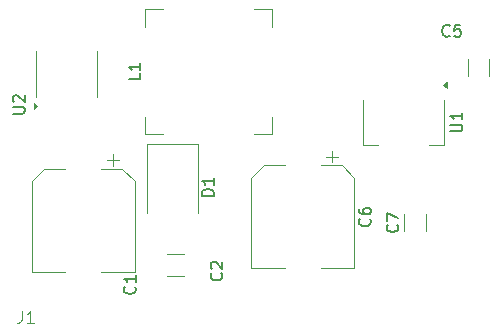
<source format=gto>
%TF.GenerationSoftware,KiCad,Pcbnew,8.0.0*%
%TF.CreationDate,2024-04-03T20:27:00-04:00*%
%TF.ProjectId,myPowerBoardDesign,6d79506f-7765-4724-926f-617264446573,rev?*%
%TF.SameCoordinates,Original*%
%TF.FileFunction,Legend,Top*%
%TF.FilePolarity,Positive*%
%FSLAX46Y46*%
G04 Gerber Fmt 4.6, Leading zero omitted, Abs format (unit mm)*
G04 Created by KiCad (PCBNEW 8.0.0) date 2024-04-03 20:27:00*
%MOMM*%
%LPD*%
G01*
G04 APERTURE LIST*
%ADD10C,0.150000*%
%ADD11C,0.100000*%
%ADD12C,0.120000*%
G04 APERTURE END LIST*
D10*
X83009580Y-52966666D02*
X83057200Y-53014285D01*
X83057200Y-53014285D02*
X83104819Y-53157142D01*
X83104819Y-53157142D02*
X83104819Y-53252380D01*
X83104819Y-53252380D02*
X83057200Y-53395237D01*
X83057200Y-53395237D02*
X82961961Y-53490475D01*
X82961961Y-53490475D02*
X82866723Y-53538094D01*
X82866723Y-53538094D02*
X82676247Y-53585713D01*
X82676247Y-53585713D02*
X82533390Y-53585713D01*
X82533390Y-53585713D02*
X82342914Y-53538094D01*
X82342914Y-53538094D02*
X82247676Y-53490475D01*
X82247676Y-53490475D02*
X82152438Y-53395237D01*
X82152438Y-53395237D02*
X82104819Y-53252380D01*
X82104819Y-53252380D02*
X82104819Y-53157142D01*
X82104819Y-53157142D02*
X82152438Y-53014285D01*
X82152438Y-53014285D02*
X82200057Y-52966666D01*
X82104819Y-52633332D02*
X82104819Y-51966666D01*
X82104819Y-51966666D02*
X83104819Y-52395237D01*
X68109580Y-57066666D02*
X68157200Y-57114285D01*
X68157200Y-57114285D02*
X68204819Y-57257142D01*
X68204819Y-57257142D02*
X68204819Y-57352380D01*
X68204819Y-57352380D02*
X68157200Y-57495237D01*
X68157200Y-57495237D02*
X68061961Y-57590475D01*
X68061961Y-57590475D02*
X67966723Y-57638094D01*
X67966723Y-57638094D02*
X67776247Y-57685713D01*
X67776247Y-57685713D02*
X67633390Y-57685713D01*
X67633390Y-57685713D02*
X67442914Y-57638094D01*
X67442914Y-57638094D02*
X67347676Y-57590475D01*
X67347676Y-57590475D02*
X67252438Y-57495237D01*
X67252438Y-57495237D02*
X67204819Y-57352380D01*
X67204819Y-57352380D02*
X67204819Y-57257142D01*
X67204819Y-57257142D02*
X67252438Y-57114285D01*
X67252438Y-57114285D02*
X67300057Y-57066666D01*
X67300057Y-56685713D02*
X67252438Y-56638094D01*
X67252438Y-56638094D02*
X67204819Y-56542856D01*
X67204819Y-56542856D02*
X67204819Y-56304761D01*
X67204819Y-56304761D02*
X67252438Y-56209523D01*
X67252438Y-56209523D02*
X67300057Y-56161904D01*
X67300057Y-56161904D02*
X67395295Y-56114285D01*
X67395295Y-56114285D02*
X67490533Y-56114285D01*
X67490533Y-56114285D02*
X67633390Y-56161904D01*
X67633390Y-56161904D02*
X68204819Y-56733332D01*
X68204819Y-56733332D02*
X68204819Y-56114285D01*
X60759580Y-58216666D02*
X60807200Y-58264285D01*
X60807200Y-58264285D02*
X60854819Y-58407142D01*
X60854819Y-58407142D02*
X60854819Y-58502380D01*
X60854819Y-58502380D02*
X60807200Y-58645237D01*
X60807200Y-58645237D02*
X60711961Y-58740475D01*
X60711961Y-58740475D02*
X60616723Y-58788094D01*
X60616723Y-58788094D02*
X60426247Y-58835713D01*
X60426247Y-58835713D02*
X60283390Y-58835713D01*
X60283390Y-58835713D02*
X60092914Y-58788094D01*
X60092914Y-58788094D02*
X59997676Y-58740475D01*
X59997676Y-58740475D02*
X59902438Y-58645237D01*
X59902438Y-58645237D02*
X59854819Y-58502380D01*
X59854819Y-58502380D02*
X59854819Y-58407142D01*
X59854819Y-58407142D02*
X59902438Y-58264285D01*
X59902438Y-58264285D02*
X59950057Y-58216666D01*
X60854819Y-57264285D02*
X60854819Y-57835713D01*
X60854819Y-57549999D02*
X59854819Y-57549999D01*
X59854819Y-57549999D02*
X59997676Y-57645237D01*
X59997676Y-57645237D02*
X60092914Y-57740475D01*
X60092914Y-57740475D02*
X60140533Y-57835713D01*
X87433334Y-36959579D02*
X87385715Y-37007199D01*
X87385715Y-37007199D02*
X87242858Y-37054818D01*
X87242858Y-37054818D02*
X87147620Y-37054818D01*
X87147620Y-37054818D02*
X87004763Y-37007199D01*
X87004763Y-37007199D02*
X86909525Y-36911960D01*
X86909525Y-36911960D02*
X86861906Y-36816722D01*
X86861906Y-36816722D02*
X86814287Y-36626246D01*
X86814287Y-36626246D02*
X86814287Y-36483389D01*
X86814287Y-36483389D02*
X86861906Y-36292913D01*
X86861906Y-36292913D02*
X86909525Y-36197675D01*
X86909525Y-36197675D02*
X87004763Y-36102437D01*
X87004763Y-36102437D02*
X87147620Y-36054818D01*
X87147620Y-36054818D02*
X87242858Y-36054818D01*
X87242858Y-36054818D02*
X87385715Y-36102437D01*
X87385715Y-36102437D02*
X87433334Y-36150056D01*
X88338096Y-36054818D02*
X87861906Y-36054818D01*
X87861906Y-36054818D02*
X87814287Y-36531008D01*
X87814287Y-36531008D02*
X87861906Y-36483389D01*
X87861906Y-36483389D02*
X87957144Y-36435770D01*
X87957144Y-36435770D02*
X88195239Y-36435770D01*
X88195239Y-36435770D02*
X88290477Y-36483389D01*
X88290477Y-36483389D02*
X88338096Y-36531008D01*
X88338096Y-36531008D02*
X88385715Y-36626246D01*
X88385715Y-36626246D02*
X88385715Y-36864341D01*
X88385715Y-36864341D02*
X88338096Y-36959579D01*
X88338096Y-36959579D02*
X88290477Y-37007199D01*
X88290477Y-37007199D02*
X88195239Y-37054818D01*
X88195239Y-37054818D02*
X87957144Y-37054818D01*
X87957144Y-37054818D02*
X87861906Y-37007199D01*
X87861906Y-37007199D02*
X87814287Y-36959579D01*
X61254819Y-40166666D02*
X61254819Y-40642856D01*
X61254819Y-40642856D02*
X60254819Y-40642856D01*
X61254819Y-39309523D02*
X61254819Y-39880951D01*
X61254819Y-39595237D02*
X60254819Y-39595237D01*
X60254819Y-39595237D02*
X60397676Y-39690475D01*
X60397676Y-39690475D02*
X60492914Y-39785713D01*
X60492914Y-39785713D02*
X60540533Y-39880951D01*
X67454819Y-50538094D02*
X66454819Y-50538094D01*
X66454819Y-50538094D02*
X66454819Y-50299999D01*
X66454819Y-50299999D02*
X66502438Y-50157142D01*
X66502438Y-50157142D02*
X66597676Y-50061904D01*
X66597676Y-50061904D02*
X66692914Y-50014285D01*
X66692914Y-50014285D02*
X66883390Y-49966666D01*
X66883390Y-49966666D02*
X67026247Y-49966666D01*
X67026247Y-49966666D02*
X67216723Y-50014285D01*
X67216723Y-50014285D02*
X67311961Y-50061904D01*
X67311961Y-50061904D02*
X67407200Y-50157142D01*
X67407200Y-50157142D02*
X67454819Y-50299999D01*
X67454819Y-50299999D02*
X67454819Y-50538094D01*
X67454819Y-49014285D02*
X67454819Y-49585713D01*
X67454819Y-49299999D02*
X66454819Y-49299999D01*
X66454819Y-49299999D02*
X66597676Y-49395237D01*
X66597676Y-49395237D02*
X66692914Y-49490475D01*
X66692914Y-49490475D02*
X66740533Y-49585713D01*
D11*
X51216666Y-60252419D02*
X51216666Y-60966704D01*
X51216666Y-60966704D02*
X51169047Y-61109561D01*
X51169047Y-61109561D02*
X51073809Y-61204800D01*
X51073809Y-61204800D02*
X50930952Y-61252419D01*
X50930952Y-61252419D02*
X50835714Y-61252419D01*
X52216666Y-61252419D02*
X51645238Y-61252419D01*
X51930952Y-61252419D02*
X51930952Y-60252419D01*
X51930952Y-60252419D02*
X51835714Y-60395276D01*
X51835714Y-60395276D02*
X51740476Y-60490514D01*
X51740476Y-60490514D02*
X51645238Y-60538133D01*
D10*
X87504819Y-45061904D02*
X88314342Y-45061904D01*
X88314342Y-45061904D02*
X88409580Y-45014285D01*
X88409580Y-45014285D02*
X88457200Y-44966666D01*
X88457200Y-44966666D02*
X88504819Y-44871428D01*
X88504819Y-44871428D02*
X88504819Y-44680952D01*
X88504819Y-44680952D02*
X88457200Y-44585714D01*
X88457200Y-44585714D02*
X88409580Y-44538095D01*
X88409580Y-44538095D02*
X88314342Y-44490476D01*
X88314342Y-44490476D02*
X87504819Y-44490476D01*
X88504819Y-43490476D02*
X88504819Y-44061904D01*
X88504819Y-43776190D02*
X87504819Y-43776190D01*
X87504819Y-43776190D02*
X87647676Y-43871428D01*
X87647676Y-43871428D02*
X87742914Y-43966666D01*
X87742914Y-43966666D02*
X87790533Y-44061904D01*
X80659580Y-52466666D02*
X80707200Y-52514285D01*
X80707200Y-52514285D02*
X80754819Y-52657142D01*
X80754819Y-52657142D02*
X80754819Y-52752380D01*
X80754819Y-52752380D02*
X80707200Y-52895237D01*
X80707200Y-52895237D02*
X80611961Y-52990475D01*
X80611961Y-52990475D02*
X80516723Y-53038094D01*
X80516723Y-53038094D02*
X80326247Y-53085713D01*
X80326247Y-53085713D02*
X80183390Y-53085713D01*
X80183390Y-53085713D02*
X79992914Y-53038094D01*
X79992914Y-53038094D02*
X79897676Y-52990475D01*
X79897676Y-52990475D02*
X79802438Y-52895237D01*
X79802438Y-52895237D02*
X79754819Y-52752380D01*
X79754819Y-52752380D02*
X79754819Y-52657142D01*
X79754819Y-52657142D02*
X79802438Y-52514285D01*
X79802438Y-52514285D02*
X79850057Y-52466666D01*
X79754819Y-51609523D02*
X79754819Y-51799999D01*
X79754819Y-51799999D02*
X79802438Y-51895237D01*
X79802438Y-51895237D02*
X79850057Y-51942856D01*
X79850057Y-51942856D02*
X79992914Y-52038094D01*
X79992914Y-52038094D02*
X80183390Y-52085713D01*
X80183390Y-52085713D02*
X80564342Y-52085713D01*
X80564342Y-52085713D02*
X80659580Y-52038094D01*
X80659580Y-52038094D02*
X80707200Y-51990475D01*
X80707200Y-51990475D02*
X80754819Y-51895237D01*
X80754819Y-51895237D02*
X80754819Y-51704761D01*
X80754819Y-51704761D02*
X80707200Y-51609523D01*
X80707200Y-51609523D02*
X80659580Y-51561904D01*
X80659580Y-51561904D02*
X80564342Y-51514285D01*
X80564342Y-51514285D02*
X80326247Y-51514285D01*
X80326247Y-51514285D02*
X80231009Y-51561904D01*
X80231009Y-51561904D02*
X80183390Y-51609523D01*
X80183390Y-51609523D02*
X80135771Y-51704761D01*
X80135771Y-51704761D02*
X80135771Y-51895237D01*
X80135771Y-51895237D02*
X80183390Y-51990475D01*
X80183390Y-51990475D02*
X80231009Y-52038094D01*
X80231009Y-52038094D02*
X80326247Y-52085713D01*
X50454819Y-43561904D02*
X51264342Y-43561904D01*
X51264342Y-43561904D02*
X51359580Y-43514285D01*
X51359580Y-43514285D02*
X51407200Y-43466666D01*
X51407200Y-43466666D02*
X51454819Y-43371428D01*
X51454819Y-43371428D02*
X51454819Y-43180952D01*
X51454819Y-43180952D02*
X51407200Y-43085714D01*
X51407200Y-43085714D02*
X51359580Y-43038095D01*
X51359580Y-43038095D02*
X51264342Y-42990476D01*
X51264342Y-42990476D02*
X50454819Y-42990476D01*
X50550057Y-42561904D02*
X50502438Y-42514285D01*
X50502438Y-42514285D02*
X50454819Y-42419047D01*
X50454819Y-42419047D02*
X50454819Y-42180952D01*
X50454819Y-42180952D02*
X50502438Y-42085714D01*
X50502438Y-42085714D02*
X50550057Y-42038095D01*
X50550057Y-42038095D02*
X50645295Y-41990476D01*
X50645295Y-41990476D02*
X50740533Y-41990476D01*
X50740533Y-41990476D02*
X50883390Y-42038095D01*
X50883390Y-42038095D02*
X51454819Y-42609523D01*
X51454819Y-42609523D02*
X51454819Y-41990476D01*
D12*
%TO.C,C7*%
X83590000Y-53511252D02*
X83590000Y-52088748D01*
X85410000Y-53511252D02*
X85410000Y-52088748D01*
%TO.C,C2*%
X64911252Y-55490000D02*
X63488748Y-55490000D01*
X64911252Y-57310000D02*
X63488748Y-57310000D01*
%TO.C,C1*%
X52040000Y-49304437D02*
X52040000Y-56960000D01*
X52040000Y-56960000D02*
X54890000Y-56960000D01*
X53104437Y-48240000D02*
X52040000Y-49304437D01*
X53104437Y-48240000D02*
X54890000Y-48240000D01*
X58910000Y-47000000D02*
X58910000Y-48000000D01*
X59410000Y-47500000D02*
X58410000Y-47500000D01*
X59695563Y-48240000D02*
X57910000Y-48240000D01*
X59695563Y-48240000D02*
X60760000Y-49304437D01*
X60760000Y-49304437D02*
X60760000Y-56960000D01*
X60760000Y-56960000D02*
X57910000Y-56960000D01*
%TO.C,C5*%
X88990000Y-38938748D02*
X88990000Y-40361252D01*
X90810000Y-38938748D02*
X90810000Y-40361252D01*
%TO.C,L1*%
X61640000Y-34690000D02*
X61640000Y-36190000D01*
X61640000Y-34690000D02*
X63140000Y-34690000D01*
X61640000Y-45310000D02*
X61640000Y-43810000D01*
X61640000Y-45310000D02*
X63140000Y-45310000D01*
X72360000Y-34690000D02*
X70860000Y-34690000D01*
X72360000Y-34690000D02*
X72360000Y-36190000D01*
X72360000Y-45310000D02*
X70860000Y-45310000D01*
X72360000Y-45310000D02*
X72360000Y-43810000D01*
%TO.C,D1*%
X61850000Y-46140000D02*
X61850000Y-51950000D01*
X66150000Y-46140000D02*
X61850000Y-46140000D01*
X66150000Y-46140000D02*
X66150000Y-51950000D01*
%TO.C,U1*%
X80140000Y-42450000D02*
X80140000Y-46210000D01*
X80140000Y-46210000D02*
X81400000Y-46210000D01*
X86960000Y-42450000D02*
X86960000Y-46210000D01*
X86960000Y-46210000D02*
X85700000Y-46210000D01*
X87190000Y-41410000D02*
X86860000Y-41170000D01*
X87190000Y-40930000D01*
X87190000Y-41410000D01*
G36*
X87190000Y-41410000D02*
G01*
X86860000Y-41170000D01*
X87190000Y-40930000D01*
X87190000Y-41410000D01*
G37*
%TO.C,C6*%
X70640000Y-49004437D02*
X70640000Y-56660000D01*
X70640000Y-56660000D02*
X73490000Y-56660000D01*
X71704437Y-47940000D02*
X70640000Y-49004437D01*
X71704437Y-47940000D02*
X73490000Y-47940000D01*
X77510000Y-46700000D02*
X77510000Y-47700000D01*
X78010000Y-47200000D02*
X77010000Y-47200000D01*
X78295563Y-47940000D02*
X76510000Y-47940000D01*
X78295563Y-47940000D02*
X79360000Y-49004437D01*
X79360000Y-49004437D02*
X79360000Y-56660000D01*
X79360000Y-56660000D02*
X76510000Y-56660000D01*
%TO.C,U2*%
X52440000Y-40200000D02*
X52440000Y-38250000D01*
X52440000Y-40200000D02*
X52440000Y-42150000D01*
X57560000Y-40200000D02*
X57560000Y-38250000D01*
X57560000Y-40200000D02*
X57560000Y-42150000D01*
X52535000Y-42900000D02*
X52205000Y-43140000D01*
X52205000Y-42660000D01*
X52535000Y-42900000D01*
G36*
X52535000Y-42900000D02*
G01*
X52205000Y-43140000D01*
X52205000Y-42660000D01*
X52535000Y-42900000D01*
G37*
%TD*%
M02*

</source>
